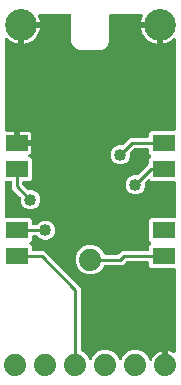
<source format=gbr>
G04 EAGLE Gerber RS-274X export*
G75*
%MOMM*%
%FSLAX34Y34*%
%LPD*%
%INTop Copper*%
%IPPOS*%
%AMOC8*
5,1,8,0,0,1.08239X$1,22.5*%
G01*
%ADD10C,2.700000*%
%ADD11R,1.900000X1.400000*%
%ADD12C,1.879600*%
%ADD13C,0.254000*%
%ADD14C,1.016000*%

G36*
X141088Y12716D02*
X141088Y12716D01*
X141207Y12723D01*
X141245Y12736D01*
X141285Y12741D01*
X141396Y12785D01*
X141509Y12821D01*
X141544Y12843D01*
X141581Y12858D01*
X141677Y12928D01*
X141778Y12991D01*
X141806Y13021D01*
X141839Y13045D01*
X141914Y13136D01*
X141996Y13223D01*
X142016Y13258D01*
X142041Y13290D01*
X142092Y13397D01*
X142150Y13502D01*
X142160Y13541D01*
X142177Y13577D01*
X142199Y13694D01*
X142229Y13809D01*
X142233Y13870D01*
X142237Y13890D01*
X142235Y13910D01*
X142239Y13970D01*
X142239Y24385D01*
X142496Y24345D01*
X144283Y23764D01*
X145957Y22911D01*
X146320Y22647D01*
X146355Y22628D01*
X146385Y22603D01*
X146494Y22552D01*
X146599Y22494D01*
X146637Y22484D01*
X146673Y22467D01*
X146791Y22445D01*
X146907Y22415D01*
X146946Y22415D01*
X146986Y22408D01*
X147105Y22415D01*
X147225Y22415D01*
X147263Y22425D01*
X147303Y22427D01*
X147417Y22464D01*
X147533Y22494D01*
X147568Y22513D01*
X147605Y22525D01*
X147706Y22589D01*
X147811Y22647D01*
X147841Y22674D01*
X147874Y22695D01*
X147956Y22783D01*
X148043Y22865D01*
X148065Y22898D01*
X148092Y22927D01*
X148150Y23032D01*
X148214Y23133D01*
X148226Y23171D01*
X148246Y23206D01*
X148275Y23321D01*
X148313Y23435D01*
X148315Y23475D01*
X148325Y23514D01*
X148335Y23674D01*
X148335Y93182D01*
X148320Y93300D01*
X148313Y93419D01*
X148300Y93457D01*
X148295Y93498D01*
X148252Y93608D01*
X148215Y93721D01*
X148193Y93756D01*
X148178Y93793D01*
X148109Y93889D01*
X148045Y93990D01*
X148015Y94018D01*
X147992Y94051D01*
X147900Y94127D01*
X147813Y94208D01*
X147778Y94228D01*
X147747Y94253D01*
X147639Y94304D01*
X147535Y94362D01*
X147495Y94372D01*
X147459Y94389D01*
X147342Y94411D01*
X147227Y94441D01*
X147167Y94445D01*
X147147Y94449D01*
X147126Y94447D01*
X147066Y94451D01*
X127437Y94451D01*
X125651Y96237D01*
X125651Y98912D01*
X125636Y99030D01*
X125629Y99149D01*
X125616Y99187D01*
X125611Y99228D01*
X125568Y99338D01*
X125531Y99451D01*
X125509Y99486D01*
X125494Y99523D01*
X125425Y99619D01*
X125361Y99720D01*
X125331Y99748D01*
X125308Y99781D01*
X125216Y99857D01*
X125129Y99938D01*
X125094Y99958D01*
X125063Y99983D01*
X124955Y100034D01*
X124851Y100092D01*
X124811Y100102D01*
X124775Y100119D01*
X124658Y100141D01*
X124543Y100171D01*
X124483Y100175D01*
X124463Y100179D01*
X124442Y100177D01*
X124382Y100181D01*
X106815Y100181D01*
X106716Y100169D01*
X106617Y100166D01*
X106559Y100149D01*
X106499Y100141D01*
X106407Y100105D01*
X106312Y100077D01*
X106260Y100047D01*
X106203Y100024D01*
X106123Y99966D01*
X106038Y99916D01*
X105963Y99850D01*
X105946Y99838D01*
X105938Y99828D01*
X105917Y99810D01*
X103389Y97281D01*
X88731Y97281D01*
X88702Y97278D01*
X88673Y97280D01*
X88545Y97258D01*
X88416Y97241D01*
X88389Y97231D01*
X88359Y97226D01*
X88241Y97172D01*
X88120Y97124D01*
X88096Y97107D01*
X88069Y97095D01*
X87968Y97014D01*
X87863Y96938D01*
X87844Y96915D01*
X87821Y96896D01*
X87743Y96793D01*
X87660Y96693D01*
X87647Y96666D01*
X87630Y96642D01*
X87559Y96498D01*
X86752Y94550D01*
X83250Y91048D01*
X78676Y89153D01*
X73724Y89153D01*
X69150Y91048D01*
X65648Y94550D01*
X63753Y99124D01*
X63753Y104076D01*
X65648Y108650D01*
X69150Y112152D01*
X73724Y114047D01*
X78676Y114047D01*
X83250Y112152D01*
X86752Y108650D01*
X87559Y106702D01*
X87573Y106677D01*
X87583Y106649D01*
X87652Y106539D01*
X87716Y106426D01*
X87737Y106405D01*
X87753Y106380D01*
X87847Y106291D01*
X87938Y106198D01*
X87963Y106182D01*
X87984Y106162D01*
X88098Y106099D01*
X88209Y106031D01*
X88237Y106023D01*
X88263Y106008D01*
X88389Y105976D01*
X88513Y105938D01*
X88542Y105936D01*
X88571Y105929D01*
X88731Y105919D01*
X99285Y105919D01*
X99384Y105931D01*
X99483Y105934D01*
X99541Y105951D01*
X99601Y105959D01*
X99693Y105995D01*
X99788Y106023D01*
X99840Y106053D01*
X99897Y106076D01*
X99977Y106134D01*
X100062Y106184D01*
X100137Y106250D01*
X100154Y106262D01*
X100162Y106272D01*
X100183Y106290D01*
X102711Y108819D01*
X124382Y108819D01*
X124500Y108834D01*
X124619Y108841D01*
X124657Y108854D01*
X124698Y108859D01*
X124808Y108902D01*
X124921Y108939D01*
X124956Y108961D01*
X124993Y108976D01*
X125089Y109045D01*
X125190Y109109D01*
X125218Y109139D01*
X125251Y109162D01*
X125327Y109254D01*
X125408Y109341D01*
X125428Y109376D01*
X125453Y109407D01*
X125504Y109515D01*
X125562Y109619D01*
X125572Y109659D01*
X125589Y109695D01*
X125611Y109812D01*
X125641Y109927D01*
X125645Y109987D01*
X125649Y110007D01*
X125647Y110028D01*
X125651Y110088D01*
X125651Y112763D01*
X127491Y114602D01*
X127564Y114697D01*
X127643Y114786D01*
X127661Y114822D01*
X127686Y114854D01*
X127733Y114963D01*
X127787Y115069D01*
X127796Y115108D01*
X127812Y115146D01*
X127831Y115263D01*
X127857Y115379D01*
X127856Y115420D01*
X127862Y115460D01*
X127851Y115578D01*
X127847Y115697D01*
X127836Y115736D01*
X127832Y115776D01*
X127792Y115889D01*
X127759Y116003D01*
X127738Y116037D01*
X127725Y116076D01*
X127658Y116174D01*
X127597Y116277D01*
X127565Y116313D01*
X127562Y116318D01*
X127556Y116324D01*
X127546Y116339D01*
X127531Y116352D01*
X127491Y116397D01*
X125651Y118237D01*
X125651Y134763D01*
X127437Y136549D01*
X147066Y136549D01*
X147184Y136564D01*
X147303Y136571D01*
X147341Y136584D01*
X147382Y136589D01*
X147492Y136632D01*
X147605Y136669D01*
X147640Y136691D01*
X147677Y136706D01*
X147773Y136775D01*
X147874Y136839D01*
X147902Y136869D01*
X147935Y136892D01*
X148011Y136984D01*
X148092Y137071D01*
X148112Y137106D01*
X148137Y137137D01*
X148188Y137245D01*
X148246Y137349D01*
X148256Y137389D01*
X148273Y137425D01*
X148295Y137542D01*
X148325Y137657D01*
X148329Y137717D01*
X148333Y137737D01*
X148331Y137758D01*
X148335Y137818D01*
X148335Y167182D01*
X148320Y167300D01*
X148313Y167419D01*
X148300Y167457D01*
X148295Y167498D01*
X148252Y167608D01*
X148215Y167721D01*
X148193Y167756D01*
X148178Y167793D01*
X148109Y167889D01*
X148045Y167990D01*
X148015Y168018D01*
X147992Y168051D01*
X147900Y168127D01*
X147813Y168208D01*
X147778Y168228D01*
X147747Y168253D01*
X147639Y168304D01*
X147535Y168362D01*
X147495Y168372D01*
X147459Y168389D01*
X147342Y168411D01*
X147227Y168441D01*
X147167Y168445D01*
X147147Y168449D01*
X147126Y168447D01*
X147066Y168451D01*
X127437Y168451D01*
X126496Y169393D01*
X126401Y169466D01*
X126312Y169545D01*
X126276Y169563D01*
X126244Y169588D01*
X126135Y169635D01*
X126029Y169689D01*
X125990Y169698D01*
X125952Y169714D01*
X125835Y169733D01*
X125719Y169759D01*
X125678Y169758D01*
X125638Y169764D01*
X125520Y169753D01*
X125401Y169749D01*
X125362Y169738D01*
X125322Y169734D01*
X125210Y169694D01*
X125095Y169661D01*
X125061Y169640D01*
X125022Y169627D01*
X124924Y169560D01*
X124821Y169499D01*
X124776Y169459D01*
X124759Y169448D01*
X124746Y169433D01*
X124701Y169393D01*
X122800Y167493D01*
X122740Y167415D01*
X122672Y167342D01*
X122643Y167289D01*
X122606Y167242D01*
X122566Y167151D01*
X122518Y167064D01*
X122503Y167005D01*
X122479Y166950D01*
X122464Y166852D01*
X122439Y166756D01*
X122433Y166656D01*
X122429Y166636D01*
X122431Y166623D01*
X122429Y166595D01*
X122429Y163483D01*
X121191Y160495D01*
X118905Y158209D01*
X115917Y156971D01*
X112683Y156971D01*
X109695Y158209D01*
X107409Y160495D01*
X106171Y163483D01*
X106171Y166717D01*
X107409Y169705D01*
X109695Y171991D01*
X112683Y173229D01*
X115795Y173229D01*
X115894Y173241D01*
X115993Y173244D01*
X116051Y173261D01*
X116111Y173269D01*
X116203Y173305D01*
X116298Y173333D01*
X116350Y173363D01*
X116407Y173386D01*
X116487Y173444D01*
X116572Y173494D01*
X116647Y173560D01*
X116664Y173572D01*
X116672Y173582D01*
X116693Y173600D01*
X125280Y182187D01*
X125340Y182265D01*
X125408Y182338D01*
X125437Y182391D01*
X125474Y182438D01*
X125514Y182529D01*
X125562Y182616D01*
X125577Y182675D01*
X125601Y182730D01*
X125616Y182828D01*
X125641Y182924D01*
X125647Y183024D01*
X125651Y183044D01*
X125649Y183057D01*
X125651Y183085D01*
X125651Y186763D01*
X127491Y188602D01*
X127564Y188697D01*
X127643Y188786D01*
X127661Y188822D01*
X127686Y188854D01*
X127733Y188963D01*
X127787Y189069D01*
X127796Y189108D01*
X127812Y189146D01*
X127831Y189263D01*
X127857Y189379D01*
X127856Y189420D01*
X127862Y189460D01*
X127851Y189578D01*
X127847Y189697D01*
X127836Y189736D01*
X127832Y189776D01*
X127792Y189889D01*
X127759Y190003D01*
X127738Y190037D01*
X127725Y190076D01*
X127658Y190174D01*
X127597Y190277D01*
X127557Y190322D01*
X127546Y190339D01*
X127531Y190352D01*
X127491Y190397D01*
X125651Y192237D01*
X125651Y194912D01*
X125636Y195030D01*
X125629Y195149D01*
X125616Y195187D01*
X125611Y195228D01*
X125568Y195338D01*
X125531Y195451D01*
X125509Y195486D01*
X125494Y195523D01*
X125425Y195619D01*
X125361Y195720D01*
X125331Y195748D01*
X125308Y195781D01*
X125216Y195857D01*
X125129Y195938D01*
X125094Y195958D01*
X125063Y195983D01*
X124955Y196034D01*
X124851Y196092D01*
X124811Y196102D01*
X124775Y196119D01*
X124658Y196141D01*
X124543Y196171D01*
X124483Y196175D01*
X124463Y196179D01*
X124442Y196177D01*
X124382Y196181D01*
X113915Y196181D01*
X113816Y196169D01*
X113717Y196166D01*
X113659Y196149D01*
X113599Y196141D01*
X113507Y196105D01*
X113412Y196077D01*
X113360Y196047D01*
X113303Y196024D01*
X113223Y195966D01*
X113138Y195916D01*
X113063Y195850D01*
X113046Y195838D01*
X113038Y195828D01*
X113017Y195810D01*
X110100Y192893D01*
X110040Y192815D01*
X109972Y192742D01*
X109943Y192689D01*
X109906Y192642D01*
X109866Y192551D01*
X109818Y192464D01*
X109803Y192405D01*
X109779Y192350D01*
X109764Y192252D01*
X109739Y192156D01*
X109733Y192056D01*
X109729Y192036D01*
X109731Y192023D01*
X109729Y191995D01*
X109729Y188883D01*
X108491Y185895D01*
X106205Y183609D01*
X103217Y182371D01*
X99983Y182371D01*
X96995Y183609D01*
X94709Y185895D01*
X93471Y188883D01*
X93471Y192117D01*
X94709Y195105D01*
X96995Y197391D01*
X99983Y198629D01*
X103095Y198629D01*
X103194Y198641D01*
X103293Y198644D01*
X103351Y198661D01*
X103411Y198669D01*
X103503Y198705D01*
X103598Y198733D01*
X103650Y198763D01*
X103707Y198786D01*
X103787Y198844D01*
X103872Y198894D01*
X103947Y198960D01*
X103964Y198972D01*
X103972Y198982D01*
X103993Y199000D01*
X109811Y204819D01*
X124382Y204819D01*
X124500Y204834D01*
X124619Y204841D01*
X124657Y204854D01*
X124698Y204859D01*
X124808Y204902D01*
X124921Y204939D01*
X124956Y204961D01*
X124993Y204976D01*
X125089Y205045D01*
X125190Y205109D01*
X125218Y205139D01*
X125251Y205162D01*
X125327Y205254D01*
X125408Y205341D01*
X125428Y205376D01*
X125453Y205407D01*
X125504Y205515D01*
X125562Y205619D01*
X125572Y205659D01*
X125589Y205695D01*
X125611Y205812D01*
X125641Y205927D01*
X125645Y205987D01*
X125649Y206007D01*
X125647Y206028D01*
X125651Y206088D01*
X125651Y208763D01*
X127437Y210549D01*
X147066Y210549D01*
X147184Y210564D01*
X147303Y210571D01*
X147341Y210584D01*
X147382Y210589D01*
X147492Y210632D01*
X147605Y210669D01*
X147640Y210691D01*
X147677Y210706D01*
X147773Y210775D01*
X147874Y210839D01*
X147902Y210869D01*
X147935Y210892D01*
X148011Y210984D01*
X148092Y211071D01*
X148112Y211106D01*
X148137Y211137D01*
X148188Y211245D01*
X148246Y211349D01*
X148256Y211389D01*
X148273Y211425D01*
X148295Y211542D01*
X148325Y211657D01*
X148329Y211717D01*
X148333Y211737D01*
X148331Y211758D01*
X148335Y211818D01*
X148335Y288386D01*
X148318Y288524D01*
X148305Y288662D01*
X148298Y288681D01*
X148295Y288702D01*
X148244Y288831D01*
X148197Y288962D01*
X148186Y288979D01*
X148178Y288997D01*
X148097Y289110D01*
X148019Y289225D01*
X148003Y289238D01*
X147992Y289255D01*
X147884Y289343D01*
X147780Y289435D01*
X147762Y289444D01*
X147747Y289457D01*
X147621Y289517D01*
X147497Y289580D01*
X147477Y289584D01*
X147459Y289593D01*
X147322Y289619D01*
X147187Y289650D01*
X147166Y289649D01*
X147147Y289653D01*
X147008Y289644D01*
X146869Y289640D01*
X146849Y289634D01*
X146829Y289633D01*
X146697Y289590D01*
X146563Y289551D01*
X146546Y289541D01*
X146527Y289535D01*
X146409Y289461D01*
X146289Y289390D01*
X146268Y289371D01*
X146258Y289365D01*
X146244Y289350D01*
X146169Y289283D01*
X145299Y288414D01*
X143631Y287134D01*
X141810Y286083D01*
X139867Y285278D01*
X137836Y284734D01*
X137239Y284655D01*
X137239Y299230D01*
X137224Y299348D01*
X137217Y299467D01*
X137204Y299505D01*
X137199Y299545D01*
X137156Y299656D01*
X137119Y299769D01*
X137097Y299803D01*
X137082Y299841D01*
X137012Y299937D01*
X136949Y300038D01*
X136919Y300066D01*
X136895Y300098D01*
X136804Y300174D01*
X136717Y300256D01*
X136682Y300275D01*
X136651Y300301D01*
X136543Y300352D01*
X136439Y300409D01*
X136399Y300420D01*
X136363Y300437D01*
X136246Y300459D01*
X136131Y300489D01*
X136070Y300493D01*
X136050Y300497D01*
X136030Y300495D01*
X135970Y300499D01*
X134699Y300499D01*
X134699Y301770D01*
X134684Y301888D01*
X134677Y302007D01*
X134664Y302045D01*
X134659Y302085D01*
X134615Y302196D01*
X134579Y302309D01*
X134557Y302344D01*
X134542Y302381D01*
X134472Y302477D01*
X134409Y302578D01*
X134379Y302606D01*
X134355Y302639D01*
X134264Y302714D01*
X134177Y302796D01*
X134142Y302816D01*
X134110Y302841D01*
X134003Y302892D01*
X133898Y302950D01*
X133859Y302960D01*
X133823Y302977D01*
X133706Y302999D01*
X133591Y303029D01*
X133530Y303033D01*
X133510Y303037D01*
X133490Y303035D01*
X133430Y303039D01*
X118855Y303039D01*
X118934Y303636D01*
X119478Y305667D01*
X120312Y307680D01*
X120325Y307728D01*
X120346Y307773D01*
X120367Y307881D01*
X120396Y307987D01*
X120397Y308037D01*
X120406Y308086D01*
X120399Y308195D01*
X120401Y308305D01*
X120389Y308353D01*
X120386Y308403D01*
X120352Y308507D01*
X120327Y308614D01*
X120303Y308658D01*
X120288Y308705D01*
X120229Y308798D01*
X120178Y308895D01*
X120145Y308932D01*
X120118Y308974D01*
X120038Y309049D01*
X119964Y309131D01*
X119922Y309158D01*
X119886Y309192D01*
X119790Y309245D01*
X119698Y309305D01*
X119651Y309322D01*
X119608Y309346D01*
X119502Y309373D01*
X119397Y309409D01*
X119348Y309413D01*
X119300Y309425D01*
X119139Y309435D01*
X93534Y309435D01*
X93416Y309420D01*
X93297Y309413D01*
X93259Y309400D01*
X93218Y309395D01*
X93108Y309352D01*
X92995Y309315D01*
X92960Y309293D01*
X92923Y309278D01*
X92827Y309209D01*
X92726Y309145D01*
X92698Y309115D01*
X92665Y309092D01*
X92589Y309000D01*
X92508Y308913D01*
X92488Y308878D01*
X92463Y308847D01*
X92412Y308739D01*
X92354Y308635D01*
X92344Y308595D01*
X92327Y308559D01*
X92305Y308442D01*
X92275Y308327D01*
X92271Y308267D01*
X92267Y308247D01*
X92269Y308226D01*
X92265Y308166D01*
X92265Y286071D01*
X89836Y281864D01*
X85629Y279435D01*
X66771Y279435D01*
X62564Y281864D01*
X60135Y286071D01*
X60135Y308166D01*
X60120Y308284D01*
X60113Y308403D01*
X60100Y308441D01*
X60095Y308482D01*
X60052Y308592D01*
X60015Y308705D01*
X59993Y308740D01*
X59978Y308777D01*
X59909Y308873D01*
X59845Y308974D01*
X59815Y309002D01*
X59792Y309035D01*
X59700Y309111D01*
X59613Y309192D01*
X59578Y309212D01*
X59547Y309237D01*
X59439Y309288D01*
X59335Y309346D01*
X59295Y309356D01*
X59259Y309373D01*
X59142Y309395D01*
X59027Y309425D01*
X58967Y309429D01*
X58947Y309433D01*
X58926Y309431D01*
X58866Y309435D01*
X33261Y309435D01*
X33211Y309429D01*
X33162Y309431D01*
X33054Y309409D01*
X32945Y309395D01*
X32899Y309377D01*
X32850Y309367D01*
X32752Y309319D01*
X32650Y309278D01*
X32609Y309249D01*
X32565Y309227D01*
X32481Y309156D01*
X32392Y309092D01*
X32361Y309053D01*
X32323Y309021D01*
X32259Y308931D01*
X32189Y308847D01*
X32168Y308802D01*
X32140Y308761D01*
X32101Y308658D01*
X32054Y308559D01*
X32045Y308510D01*
X32027Y308464D01*
X32015Y308354D01*
X31994Y308247D01*
X31997Y308197D01*
X31992Y308148D01*
X32007Y308039D01*
X32014Y307929D01*
X32029Y307882D01*
X32036Y307833D01*
X32088Y307680D01*
X32922Y305667D01*
X33466Y303636D01*
X33545Y303039D01*
X18970Y303039D01*
X18852Y303024D01*
X18733Y303017D01*
X18695Y303004D01*
X18655Y302999D01*
X18544Y302956D01*
X18431Y302919D01*
X18397Y302897D01*
X18359Y302882D01*
X18263Y302812D01*
X18162Y302749D01*
X18134Y302719D01*
X18102Y302695D01*
X18026Y302604D01*
X17944Y302517D01*
X17925Y302482D01*
X17899Y302451D01*
X17848Y302343D01*
X17791Y302239D01*
X17780Y302199D01*
X17763Y302163D01*
X17741Y302046D01*
X17711Y301931D01*
X17707Y301870D01*
X17703Y301850D01*
X17705Y301830D01*
X17701Y301770D01*
X17701Y300499D01*
X16430Y300499D01*
X16312Y300484D01*
X16193Y300477D01*
X16155Y300464D01*
X16114Y300459D01*
X16004Y300415D01*
X15891Y300379D01*
X15856Y300357D01*
X15819Y300342D01*
X15723Y300272D01*
X15622Y300209D01*
X15594Y300179D01*
X15561Y300155D01*
X15486Y300064D01*
X15404Y299977D01*
X15384Y299942D01*
X15359Y299910D01*
X15308Y299803D01*
X15250Y299698D01*
X15240Y299659D01*
X15223Y299623D01*
X15201Y299506D01*
X15171Y299391D01*
X15167Y299330D01*
X15163Y299310D01*
X15165Y299290D01*
X15161Y299230D01*
X15161Y284655D01*
X14564Y284734D01*
X12533Y285278D01*
X10590Y286083D01*
X8769Y287134D01*
X7101Y288414D01*
X6231Y289283D01*
X6122Y289368D01*
X6015Y289457D01*
X5996Y289466D01*
X5980Y289478D01*
X5852Y289534D01*
X5727Y289593D01*
X5707Y289597D01*
X5688Y289605D01*
X5550Y289627D01*
X5414Y289653D01*
X5394Y289651D01*
X5374Y289655D01*
X5235Y289642D01*
X5097Y289633D01*
X5078Y289627D01*
X5058Y289625D01*
X4926Y289578D01*
X4795Y289535D01*
X4777Y289524D01*
X4758Y289517D01*
X4643Y289439D01*
X4526Y289365D01*
X4512Y289350D01*
X4495Y289339D01*
X4403Y289235D01*
X4308Y289133D01*
X4298Y289115D01*
X4285Y289100D01*
X4222Y288977D01*
X4154Y288855D01*
X4149Y288835D01*
X4140Y288817D01*
X4110Y288681D01*
X4075Y288547D01*
X4073Y288519D01*
X4070Y288507D01*
X4071Y288486D01*
X4065Y288386D01*
X4065Y211310D01*
X4080Y211192D01*
X4087Y211073D01*
X4100Y211035D01*
X4105Y210994D01*
X4148Y210884D01*
X4185Y210771D01*
X4207Y210736D01*
X4222Y210699D01*
X4291Y210603D01*
X4355Y210502D01*
X4385Y210474D01*
X4408Y210441D01*
X4500Y210365D01*
X4587Y210284D01*
X4622Y210264D01*
X4653Y210239D01*
X4761Y210188D01*
X4865Y210130D01*
X4905Y210120D01*
X4941Y210103D01*
X5058Y210081D01*
X5173Y210051D01*
X5233Y210047D01*
X5253Y210043D01*
X5274Y210045D01*
X5334Y210041D01*
X11661Y210041D01*
X11661Y201770D01*
X11676Y201652D01*
X11683Y201533D01*
X11696Y201495D01*
X11701Y201455D01*
X11744Y201344D01*
X11781Y201231D01*
X11803Y201196D01*
X11818Y201159D01*
X11888Y201063D01*
X11951Y200962D01*
X11981Y200934D01*
X12005Y200902D01*
X12096Y200826D01*
X12183Y200744D01*
X12218Y200725D01*
X12249Y200699D01*
X12357Y200648D01*
X12461Y200591D01*
X12501Y200580D01*
X12537Y200563D01*
X12654Y200541D01*
X12769Y200511D01*
X12830Y200507D01*
X12850Y200503D01*
X12870Y200505D01*
X12930Y200501D01*
X14201Y200501D01*
X14201Y199230D01*
X14216Y199112D01*
X14223Y198993D01*
X14236Y198955D01*
X14241Y198915D01*
X14285Y198804D01*
X14321Y198691D01*
X14343Y198656D01*
X14358Y198619D01*
X14428Y198523D01*
X14491Y198422D01*
X14521Y198394D01*
X14545Y198361D01*
X14636Y198286D01*
X14723Y198204D01*
X14758Y198184D01*
X14790Y198159D01*
X14897Y198108D01*
X15001Y198050D01*
X15041Y198040D01*
X15077Y198023D01*
X15194Y198001D01*
X15309Y197971D01*
X15370Y197967D01*
X15390Y197963D01*
X15410Y197965D01*
X15470Y197961D01*
X26241Y197961D01*
X26241Y193166D01*
X26068Y192519D01*
X25733Y191940D01*
X25260Y191467D01*
X24681Y191132D01*
X24351Y191044D01*
X24209Y190986D01*
X24068Y190930D01*
X24062Y190926D01*
X24056Y190924D01*
X23934Y190833D01*
X23811Y190744D01*
X23806Y190738D01*
X23801Y190734D01*
X23706Y190617D01*
X23608Y190499D01*
X23605Y190492D01*
X23601Y190487D01*
X23537Y190348D01*
X23472Y190211D01*
X23471Y190204D01*
X23468Y190198D01*
X23441Y190047D01*
X23412Y189898D01*
X23413Y189892D01*
X23412Y189885D01*
X23423Y189733D01*
X23432Y189581D01*
X23434Y189575D01*
X23435Y189568D01*
X23484Y189422D01*
X23530Y189279D01*
X23534Y189273D01*
X23536Y189266D01*
X23620Y189137D01*
X23700Y189010D01*
X23705Y189005D01*
X23709Y189000D01*
X23820Y188897D01*
X23932Y188792D01*
X23938Y188789D01*
X23943Y188784D01*
X24077Y188712D01*
X24210Y188638D01*
X24217Y188637D01*
X24223Y188634D01*
X24372Y188597D01*
X24518Y188559D01*
X24527Y188558D01*
X24532Y188557D01*
X24542Y188557D01*
X24679Y188549D01*
X24963Y188549D01*
X26749Y186763D01*
X26749Y170237D01*
X24963Y168451D01*
X19788Y168451D01*
X19670Y168436D01*
X19551Y168429D01*
X19513Y168416D01*
X19472Y168411D01*
X19362Y168368D01*
X19249Y168331D01*
X19214Y168309D01*
X19177Y168294D01*
X19081Y168225D01*
X18980Y168161D01*
X18952Y168131D01*
X18919Y168108D01*
X18843Y168016D01*
X18762Y167929D01*
X18742Y167894D01*
X18717Y167863D01*
X18666Y167755D01*
X18608Y167651D01*
X18598Y167611D01*
X18581Y167575D01*
X18559Y167458D01*
X18529Y167343D01*
X18525Y167283D01*
X18521Y167263D01*
X18523Y167242D01*
X18519Y167182D01*
X18519Y165915D01*
X18531Y165816D01*
X18534Y165717D01*
X18551Y165659D01*
X18559Y165599D01*
X18595Y165507D01*
X18623Y165412D01*
X18653Y165360D01*
X18676Y165303D01*
X18734Y165223D01*
X18784Y165138D01*
X18850Y165063D01*
X18862Y165046D01*
X18872Y165038D01*
X18890Y165017D01*
X23007Y160900D01*
X23085Y160840D01*
X23158Y160772D01*
X23211Y160743D01*
X23258Y160706D01*
X23349Y160666D01*
X23436Y160618D01*
X23495Y160603D01*
X23550Y160579D01*
X23648Y160564D01*
X23744Y160539D01*
X23844Y160533D01*
X23864Y160529D01*
X23877Y160531D01*
X23905Y160529D01*
X27017Y160529D01*
X30005Y159291D01*
X32291Y157005D01*
X33529Y154017D01*
X33529Y150783D01*
X32291Y147795D01*
X30005Y145509D01*
X27017Y144271D01*
X23783Y144271D01*
X20795Y145509D01*
X18509Y147795D01*
X17271Y150783D01*
X17271Y153895D01*
X17259Y153994D01*
X17256Y154093D01*
X17239Y154151D01*
X17231Y154211D01*
X17195Y154303D01*
X17167Y154398D01*
X17137Y154450D01*
X17114Y154507D01*
X17056Y154587D01*
X17006Y154672D01*
X16940Y154747D01*
X16928Y154764D01*
X16918Y154772D01*
X16900Y154793D01*
X9881Y161811D01*
X9881Y167182D01*
X9866Y167300D01*
X9859Y167419D01*
X9846Y167457D01*
X9841Y167498D01*
X9798Y167608D01*
X9761Y167721D01*
X9739Y167756D01*
X9724Y167793D01*
X9655Y167889D01*
X9591Y167990D01*
X9561Y168018D01*
X9538Y168051D01*
X9446Y168127D01*
X9359Y168208D01*
X9324Y168228D01*
X9293Y168253D01*
X9185Y168304D01*
X9081Y168362D01*
X9041Y168372D01*
X9005Y168389D01*
X8888Y168411D01*
X8773Y168441D01*
X8713Y168445D01*
X8693Y168449D01*
X8672Y168447D01*
X8612Y168451D01*
X5334Y168451D01*
X5216Y168436D01*
X5097Y168429D01*
X5059Y168416D01*
X5018Y168411D01*
X4908Y168368D01*
X4795Y168331D01*
X4760Y168309D01*
X4723Y168294D01*
X4627Y168225D01*
X4526Y168161D01*
X4498Y168131D01*
X4465Y168108D01*
X4389Y168016D01*
X4308Y167929D01*
X4288Y167894D01*
X4263Y167863D01*
X4212Y167755D01*
X4154Y167651D01*
X4144Y167611D01*
X4127Y167575D01*
X4105Y167458D01*
X4075Y167343D01*
X4071Y167283D01*
X4067Y167263D01*
X4069Y167242D01*
X4065Y167182D01*
X4065Y137818D01*
X4080Y137700D01*
X4087Y137581D01*
X4100Y137543D01*
X4105Y137502D01*
X4148Y137392D01*
X4185Y137279D01*
X4207Y137244D01*
X4222Y137207D01*
X4291Y137111D01*
X4355Y137010D01*
X4385Y136982D01*
X4408Y136949D01*
X4500Y136873D01*
X4587Y136792D01*
X4622Y136772D01*
X4653Y136747D01*
X4761Y136696D01*
X4865Y136638D01*
X4905Y136628D01*
X4941Y136611D01*
X5058Y136589D01*
X5173Y136559D01*
X5233Y136555D01*
X5253Y136551D01*
X5274Y136553D01*
X5334Y136549D01*
X24963Y136549D01*
X26749Y134763D01*
X26749Y132088D01*
X26764Y131970D01*
X26771Y131851D01*
X26784Y131813D01*
X26789Y131772D01*
X26832Y131662D01*
X26869Y131549D01*
X26891Y131514D01*
X26906Y131477D01*
X26975Y131381D01*
X27039Y131280D01*
X27069Y131252D01*
X27092Y131219D01*
X27184Y131143D01*
X27271Y131062D01*
X27306Y131042D01*
X27337Y131017D01*
X27445Y130966D01*
X27549Y130908D01*
X27589Y130898D01*
X27625Y130881D01*
X27742Y130859D01*
X27857Y130829D01*
X27917Y130825D01*
X27937Y130821D01*
X27958Y130823D01*
X28018Y130819D01*
X30397Y130819D01*
X30495Y130831D01*
X30594Y130834D01*
X30653Y130851D01*
X30713Y130859D01*
X30805Y130895D01*
X30900Y130923D01*
X30952Y130953D01*
X31008Y130976D01*
X31088Y131034D01*
X31174Y131084D01*
X31249Y131150D01*
X31266Y131162D01*
X31274Y131172D01*
X31295Y131190D01*
X33495Y133391D01*
X36483Y134629D01*
X39717Y134629D01*
X42705Y133391D01*
X44991Y131105D01*
X46229Y128117D01*
X46229Y124883D01*
X44991Y121895D01*
X42705Y119609D01*
X39717Y118371D01*
X36483Y118371D01*
X33495Y119609D01*
X31295Y121810D01*
X31216Y121870D01*
X31144Y121938D01*
X31091Y121967D01*
X31043Y122004D01*
X30952Y122044D01*
X30866Y122092D01*
X30807Y122107D01*
X30752Y122131D01*
X30654Y122146D01*
X30558Y122171D01*
X30458Y122177D01*
X30437Y122181D01*
X30425Y122179D01*
X30397Y122181D01*
X28018Y122181D01*
X27900Y122166D01*
X27781Y122159D01*
X27743Y122146D01*
X27702Y122141D01*
X27592Y122098D01*
X27479Y122061D01*
X27444Y122039D01*
X27407Y122024D01*
X27311Y121955D01*
X27210Y121891D01*
X27182Y121861D01*
X27149Y121838D01*
X27073Y121746D01*
X26992Y121659D01*
X26972Y121624D01*
X26947Y121593D01*
X26896Y121485D01*
X26838Y121381D01*
X26828Y121341D01*
X26811Y121305D01*
X26789Y121188D01*
X26759Y121073D01*
X26755Y121013D01*
X26751Y120993D01*
X26753Y120972D01*
X26749Y120912D01*
X26749Y118237D01*
X24909Y116397D01*
X24836Y116303D01*
X24757Y116214D01*
X24739Y116178D01*
X24714Y116146D01*
X24667Y116037D01*
X24613Y115931D01*
X24604Y115892D01*
X24588Y115854D01*
X24569Y115737D01*
X24543Y115621D01*
X24544Y115580D01*
X24538Y115540D01*
X24549Y115422D01*
X24553Y115303D01*
X24564Y115264D01*
X24568Y115224D01*
X24608Y115112D01*
X24641Y114997D01*
X24662Y114962D01*
X24675Y114924D01*
X24742Y114826D01*
X24803Y114723D01*
X24842Y114678D01*
X24854Y114661D01*
X24869Y114648D01*
X24909Y114602D01*
X26749Y112763D01*
X26749Y110088D01*
X26764Y109970D01*
X26771Y109851D01*
X26784Y109813D01*
X26789Y109772D01*
X26832Y109662D01*
X26869Y109549D01*
X26891Y109514D01*
X26906Y109477D01*
X26975Y109381D01*
X27039Y109280D01*
X27069Y109252D01*
X27092Y109219D01*
X27184Y109143D01*
X27271Y109062D01*
X27306Y109042D01*
X27337Y109017D01*
X27445Y108966D01*
X27549Y108908D01*
X27589Y108898D01*
X27625Y108881D01*
X27742Y108859D01*
X27857Y108829D01*
X27917Y108825D01*
X27937Y108821D01*
X27958Y108823D01*
X28018Y108819D01*
X36989Y108819D01*
X67819Y77989D01*
X67819Y25231D01*
X67822Y25202D01*
X67820Y25173D01*
X67842Y25045D01*
X67859Y24916D01*
X67869Y24889D01*
X67874Y24859D01*
X67928Y24741D01*
X67976Y24620D01*
X67993Y24596D01*
X68005Y24569D01*
X68086Y24468D01*
X68162Y24363D01*
X68185Y24344D01*
X68204Y24321D01*
X68307Y24243D01*
X68407Y24160D01*
X68434Y24147D01*
X68458Y24130D01*
X68602Y24059D01*
X70550Y23252D01*
X74052Y19750D01*
X75027Y17395D01*
X75096Y17275D01*
X75161Y17152D01*
X75175Y17137D01*
X75185Y17119D01*
X75282Y17019D01*
X75375Y16916D01*
X75392Y16905D01*
X75406Y16891D01*
X75525Y16818D01*
X75641Y16742D01*
X75660Y16735D01*
X75677Y16724D01*
X75810Y16684D01*
X75942Y16638D01*
X75962Y16637D01*
X75981Y16631D01*
X76120Y16624D01*
X76259Y16613D01*
X76279Y16617D01*
X76299Y16616D01*
X76435Y16644D01*
X76572Y16668D01*
X76591Y16676D01*
X76610Y16680D01*
X76736Y16741D01*
X76862Y16798D01*
X76878Y16811D01*
X76896Y16820D01*
X77002Y16910D01*
X77110Y16997D01*
X77123Y17013D01*
X77138Y17026D01*
X77218Y17140D01*
X77302Y17251D01*
X77314Y17276D01*
X77321Y17286D01*
X77328Y17305D01*
X77373Y17395D01*
X78348Y19750D01*
X81850Y23252D01*
X86424Y25147D01*
X91376Y25147D01*
X95950Y23252D01*
X99452Y19750D01*
X100427Y17395D01*
X100496Y17275D01*
X100561Y17152D01*
X100575Y17137D01*
X100585Y17119D01*
X100682Y17019D01*
X100775Y16916D01*
X100792Y16905D01*
X100806Y16891D01*
X100925Y16818D01*
X101041Y16742D01*
X101060Y16735D01*
X101077Y16724D01*
X101210Y16683D01*
X101342Y16638D01*
X101362Y16637D01*
X101381Y16631D01*
X101520Y16624D01*
X101659Y16613D01*
X101679Y16617D01*
X101699Y16616D01*
X101835Y16644D01*
X101972Y16668D01*
X101991Y16676D01*
X102010Y16680D01*
X102136Y16741D01*
X102262Y16798D01*
X102278Y16811D01*
X102296Y16820D01*
X102402Y16910D01*
X102510Y16997D01*
X102523Y17013D01*
X102538Y17026D01*
X102618Y17140D01*
X102702Y17251D01*
X102714Y17276D01*
X102721Y17286D01*
X102728Y17305D01*
X102773Y17395D01*
X103748Y19751D01*
X107250Y23252D01*
X111824Y25147D01*
X116776Y25147D01*
X121350Y23252D01*
X124852Y19750D01*
X126105Y16725D01*
X126120Y16699D01*
X126129Y16670D01*
X126199Y16561D01*
X126263Y16448D01*
X126284Y16427D01*
X126300Y16402D01*
X126394Y16313D01*
X126484Y16220D01*
X126510Y16204D01*
X126531Y16184D01*
X126645Y16121D01*
X126755Y16054D01*
X126784Y16045D01*
X126810Y16031D01*
X126935Y15998D01*
X127059Y15960D01*
X127089Y15959D01*
X127118Y15951D01*
X127248Y15951D01*
X127377Y15945D01*
X127406Y15951D01*
X127436Y15951D01*
X127561Y15983D01*
X127688Y16009D01*
X127715Y16022D01*
X127744Y16030D01*
X127857Y16092D01*
X127974Y16149D01*
X127997Y16168D01*
X128023Y16183D01*
X128117Y16271D01*
X128216Y16355D01*
X128233Y16380D01*
X128255Y16400D01*
X128324Y16509D01*
X128399Y16615D01*
X128410Y16643D01*
X128426Y16669D01*
X128485Y16818D01*
X128636Y17283D01*
X129489Y18957D01*
X130594Y20478D01*
X131922Y21806D01*
X133443Y22911D01*
X135117Y23764D01*
X136904Y24345D01*
X137161Y24385D01*
X137161Y13970D01*
X137176Y13852D01*
X137183Y13733D01*
X137196Y13695D01*
X137201Y13655D01*
X137244Y13544D01*
X137281Y13431D01*
X137303Y13397D01*
X137318Y13359D01*
X137388Y13263D01*
X137451Y13162D01*
X137481Y13134D01*
X137504Y13102D01*
X137596Y13026D01*
X137683Y12944D01*
X137718Y12925D01*
X137749Y12899D01*
X137857Y12848D01*
X137961Y12791D01*
X138001Y12780D01*
X138037Y12763D01*
X138154Y12741D01*
X138269Y12711D01*
X138330Y12707D01*
X138350Y12703D01*
X138370Y12705D01*
X138430Y12701D01*
X140970Y12701D01*
X141088Y12716D01*
G37*
%LPC*%
G36*
X20239Y297961D02*
X20239Y297961D01*
X33545Y297961D01*
X33466Y297364D01*
X32922Y295333D01*
X32117Y293390D01*
X31066Y291569D01*
X29786Y289901D01*
X28299Y288414D01*
X26631Y287134D01*
X24810Y286083D01*
X22867Y285278D01*
X20836Y284734D01*
X20239Y284655D01*
X20239Y297961D01*
G37*
%LPD*%
%LPC*%
G36*
X131564Y284734D02*
X131564Y284734D01*
X129533Y285278D01*
X127590Y286083D01*
X125769Y287134D01*
X124101Y288414D01*
X122614Y289901D01*
X121334Y291569D01*
X120283Y293390D01*
X119478Y295333D01*
X118934Y297364D01*
X118855Y297961D01*
X132161Y297961D01*
X132161Y284655D01*
X131564Y284734D01*
G37*
%LPD*%
%LPC*%
G36*
X16739Y203039D02*
X16739Y203039D01*
X16739Y210041D01*
X24034Y210041D01*
X24681Y209868D01*
X25260Y209533D01*
X25733Y209060D01*
X26068Y208481D01*
X26241Y207834D01*
X26241Y203039D01*
X16739Y203039D01*
G37*
%LPD*%
D10*
X17700Y300500D03*
X134700Y300500D03*
D11*
X14200Y200500D03*
X14200Y178500D03*
X14200Y126500D03*
X14200Y104500D03*
X138200Y104500D03*
X138200Y126500D03*
X138200Y178500D03*
X138200Y200500D03*
D12*
X76200Y101600D03*
X139700Y12700D03*
X114300Y12700D03*
X88900Y12700D03*
X63500Y12700D03*
X38100Y12700D03*
X12700Y12700D03*
D13*
X111600Y200500D02*
X138200Y200500D01*
X111600Y200500D02*
X101600Y190500D01*
D14*
X101600Y190500D03*
D13*
X14200Y178500D02*
X14200Y163600D01*
X25400Y152400D01*
D14*
X25400Y152400D03*
D13*
X104500Y104500D02*
X138200Y104500D01*
X104500Y104500D02*
X101600Y101600D01*
X76200Y101600D01*
X35200Y104500D02*
X14200Y104500D01*
X35200Y104500D02*
X63500Y76200D01*
X63500Y12700D01*
X38100Y126500D02*
X14200Y126500D01*
D14*
X38100Y126500D03*
D13*
X127700Y178500D02*
X138200Y178500D01*
X127700Y178500D02*
X114300Y165100D01*
D14*
X114300Y165100D03*
M02*

</source>
